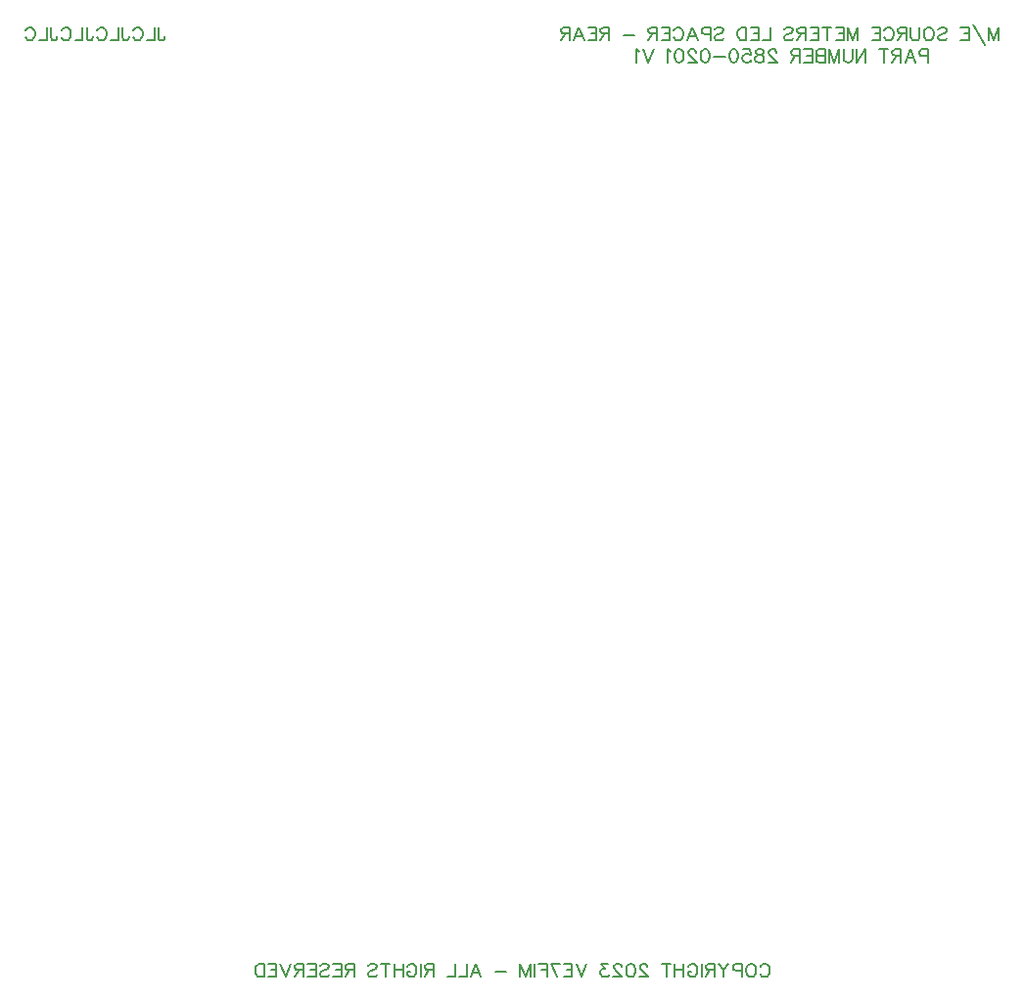
<source format=gbo>
G04 Layer: BottomSilkscreenLayer*
G04 EasyEDA v6.5.29, 2023-07-16 15:11:24*
G04 059a78b381184c078b0ffcdb84c62da3,5a6b42c53f6a479593ecc07194224c93,10*
G04 Gerber Generator version 0.2*
G04 Scale: 100 percent, Rotated: No, Reflected: No *
G04 Dimensions in millimeters *
G04 leading zeros omitted , absolute positions ,4 integer and 5 decimal *
%FSLAX45Y45*%
%MOMM*%

%ADD10C,0.2030*%
%ADD11C,0.2032*%

%LPD*%
D10*
X6725381Y3446617D02*
G01*
X6730837Y3457526D01*
X6741746Y3468436D01*
X6752653Y3473889D01*
X6774472Y3473889D01*
X6785381Y3468436D01*
X6796290Y3457526D01*
X6801746Y3446617D01*
X6807200Y3430254D01*
X6807200Y3402982D01*
X6801746Y3386617D01*
X6796290Y3375708D01*
X6785381Y3364799D01*
X6774472Y3359345D01*
X6752653Y3359345D01*
X6741746Y3364799D01*
X6730837Y3375708D01*
X6725381Y3386617D01*
X6656654Y3473889D02*
G01*
X6667563Y3468436D01*
X6678472Y3457526D01*
X6683928Y3446617D01*
X6689382Y3430254D01*
X6689382Y3402982D01*
X6683928Y3386617D01*
X6678472Y3375708D01*
X6667563Y3364799D01*
X6656654Y3359345D01*
X6634835Y3359345D01*
X6623928Y3364799D01*
X6613019Y3375708D01*
X6607563Y3386617D01*
X6602110Y3402982D01*
X6602110Y3430254D01*
X6607563Y3446617D01*
X6613019Y3457526D01*
X6623928Y3468436D01*
X6634835Y3473889D01*
X6656654Y3473889D01*
X6566110Y3473889D02*
G01*
X6566110Y3359345D01*
X6566110Y3473889D02*
G01*
X6517017Y3473889D01*
X6500655Y3468436D01*
X6495200Y3462982D01*
X6489745Y3452073D01*
X6489745Y3435708D01*
X6495200Y3424799D01*
X6500655Y3419345D01*
X6517017Y3413889D01*
X6566110Y3413889D01*
X6453746Y3473889D02*
G01*
X6410109Y3419345D01*
X6410109Y3359345D01*
X6366474Y3473889D02*
G01*
X6410109Y3419345D01*
X6330472Y3473889D02*
G01*
X6330472Y3359345D01*
X6330472Y3473889D02*
G01*
X6281381Y3473889D01*
X6265019Y3468436D01*
X6259565Y3462982D01*
X6254109Y3452073D01*
X6254109Y3441164D01*
X6259565Y3430254D01*
X6265019Y3424799D01*
X6281381Y3419345D01*
X6330472Y3419345D01*
X6292291Y3419345D02*
G01*
X6254109Y3359345D01*
X6218110Y3473889D02*
G01*
X6218110Y3359345D01*
X6100292Y3446617D02*
G01*
X6105745Y3457526D01*
X6116655Y3468436D01*
X6127564Y3473889D01*
X6149383Y3473889D01*
X6160292Y3468436D01*
X6171201Y3457526D01*
X6176655Y3446617D01*
X6182111Y3430254D01*
X6182111Y3402982D01*
X6176655Y3386617D01*
X6171201Y3375708D01*
X6160292Y3364799D01*
X6149383Y3359345D01*
X6127564Y3359345D01*
X6116655Y3364799D01*
X6105745Y3375708D01*
X6100292Y3386617D01*
X6100292Y3402982D01*
X6127564Y3402982D02*
G01*
X6100292Y3402982D01*
X6064293Y3473889D02*
G01*
X6064293Y3359345D01*
X5987928Y3473889D02*
G01*
X5987928Y3359345D01*
X6064293Y3419345D02*
G01*
X5987928Y3419345D01*
X5913747Y3473889D02*
G01*
X5913747Y3359345D01*
X5951928Y3473889D02*
G01*
X5875566Y3473889D01*
X5750110Y3446617D02*
G01*
X5750110Y3452073D01*
X5744657Y3462982D01*
X5739201Y3468436D01*
X5728291Y3473889D01*
X5706475Y3473889D01*
X5695566Y3468436D01*
X5690110Y3462982D01*
X5684657Y3452073D01*
X5684657Y3441164D01*
X5690110Y3430254D01*
X5701019Y3413889D01*
X5755566Y3359345D01*
X5679201Y3359345D01*
X5610473Y3473889D02*
G01*
X5626839Y3468436D01*
X5637748Y3452073D01*
X5643201Y3424799D01*
X5643201Y3408436D01*
X5637748Y3381164D01*
X5626839Y3364799D01*
X5610473Y3359345D01*
X5599567Y3359345D01*
X5583201Y3364799D01*
X5572292Y3381164D01*
X5566839Y3408436D01*
X5566839Y3424799D01*
X5572292Y3452073D01*
X5583201Y3468436D01*
X5599567Y3473889D01*
X5610473Y3473889D01*
X5525383Y3446617D02*
G01*
X5525383Y3452073D01*
X5519930Y3462982D01*
X5514474Y3468436D01*
X5503565Y3473889D01*
X5481749Y3473889D01*
X5470839Y3468436D01*
X5465384Y3462982D01*
X5459930Y3452073D01*
X5459930Y3441164D01*
X5465384Y3430254D01*
X5476293Y3413889D01*
X5530839Y3359345D01*
X5454474Y3359345D01*
X5407566Y3473889D02*
G01*
X5347566Y3473889D01*
X5380294Y3430254D01*
X5363931Y3430254D01*
X5353022Y3424799D01*
X5347566Y3419345D01*
X5342112Y3402982D01*
X5342112Y3392073D01*
X5347566Y3375708D01*
X5358475Y3364799D01*
X5374838Y3359345D01*
X5391203Y3359345D01*
X5407566Y3364799D01*
X5413021Y3370254D01*
X5418475Y3381164D01*
X5222113Y3473889D02*
G01*
X5178475Y3359345D01*
X5134838Y3473889D02*
G01*
X5178475Y3359345D01*
X5098839Y3473889D02*
G01*
X5098839Y3359345D01*
X5098839Y3473889D02*
G01*
X5027929Y3473889D01*
X5098839Y3419345D02*
G01*
X5055204Y3419345D01*
X5098839Y3359345D02*
G01*
X5027929Y3359345D01*
X4915568Y3473889D02*
G01*
X4970111Y3359345D01*
X4991930Y3473889D02*
G01*
X4915568Y3473889D01*
X4879568Y3473889D02*
G01*
X4879568Y3359345D01*
X4879568Y3473889D02*
G01*
X4808659Y3473889D01*
X4879568Y3419345D02*
G01*
X4835931Y3419345D01*
X4772657Y3473889D02*
G01*
X4772657Y3359345D01*
X4736658Y3473889D02*
G01*
X4736658Y3359345D01*
X4736658Y3473889D02*
G01*
X4693023Y3359345D01*
X4649386Y3473889D02*
G01*
X4693023Y3359345D01*
X4649386Y3473889D02*
G01*
X4649386Y3359345D01*
X4529386Y3408436D02*
G01*
X4431205Y3408436D01*
X4267568Y3473889D02*
G01*
X4311205Y3359345D01*
X4267568Y3473889D02*
G01*
X4223933Y3359345D01*
X4294840Y3397526D02*
G01*
X4240296Y3397526D01*
X4187931Y3473889D02*
G01*
X4187931Y3359345D01*
X4187931Y3359345D02*
G01*
X4122478Y3359345D01*
X4086479Y3473889D02*
G01*
X4086479Y3359345D01*
X4086479Y3359345D02*
G01*
X4021023Y3359345D01*
X3901023Y3473889D02*
G01*
X3901023Y3359345D01*
X3901023Y3473889D02*
G01*
X3851932Y3473889D01*
X3835570Y3468436D01*
X3830114Y3462982D01*
X3824660Y3452073D01*
X3824660Y3441164D01*
X3830114Y3430254D01*
X3835570Y3424799D01*
X3851932Y3419345D01*
X3901023Y3419345D01*
X3862842Y3419345D02*
G01*
X3824660Y3359345D01*
X3788661Y3473889D02*
G01*
X3788661Y3359345D01*
X3670843Y3446617D02*
G01*
X3676296Y3457526D01*
X3687206Y3468436D01*
X3698115Y3473889D01*
X3719934Y3473889D01*
X3730843Y3468436D01*
X3741752Y3457526D01*
X3747206Y3446617D01*
X3752659Y3430254D01*
X3752659Y3402982D01*
X3747206Y3386617D01*
X3741752Y3375708D01*
X3730843Y3364799D01*
X3719934Y3359345D01*
X3698115Y3359345D01*
X3687206Y3364799D01*
X3676296Y3375708D01*
X3670843Y3386617D01*
X3670843Y3402982D01*
X3698115Y3402982D02*
G01*
X3670843Y3402982D01*
X3634841Y3473889D02*
G01*
X3634841Y3359345D01*
X3558479Y3473889D02*
G01*
X3558479Y3359345D01*
X3634841Y3419345D02*
G01*
X3558479Y3419345D01*
X3484298Y3473889D02*
G01*
X3484298Y3359345D01*
X3522479Y3473889D02*
G01*
X3446117Y3473889D01*
X3333752Y3457526D02*
G01*
X3344661Y3468436D01*
X3361024Y3473889D01*
X3382843Y3473889D01*
X3399205Y3468436D01*
X3410115Y3457526D01*
X3410115Y3446617D01*
X3404661Y3435708D01*
X3399205Y3430254D01*
X3388296Y3424799D01*
X3355571Y3413889D01*
X3344661Y3408436D01*
X3339205Y3402982D01*
X3333752Y3392073D01*
X3333752Y3375708D01*
X3344661Y3364799D01*
X3361024Y3359345D01*
X3382843Y3359345D01*
X3399205Y3364799D01*
X3410115Y3375708D01*
X3213752Y3473889D02*
G01*
X3213752Y3359345D01*
X3213752Y3473889D02*
G01*
X3164662Y3473889D01*
X3148296Y3468436D01*
X3142843Y3462982D01*
X3137390Y3452073D01*
X3137390Y3441164D01*
X3142843Y3430254D01*
X3148296Y3424799D01*
X3164662Y3419345D01*
X3213752Y3419345D01*
X3175571Y3419345D02*
G01*
X3137390Y3359345D01*
X3101388Y3473889D02*
G01*
X3101388Y3359345D01*
X3101388Y3473889D02*
G01*
X3030479Y3473889D01*
X3101388Y3419345D02*
G01*
X3057753Y3419345D01*
X3101388Y3359345D02*
G01*
X3030479Y3359345D01*
X2918117Y3457526D02*
G01*
X2929026Y3468436D01*
X2945389Y3473889D01*
X2967207Y3473889D01*
X2983570Y3468436D01*
X2994479Y3457526D01*
X2994479Y3446617D01*
X2989026Y3435708D01*
X2983570Y3430254D01*
X2972661Y3424799D01*
X2939935Y3413889D01*
X2929026Y3408436D01*
X2923570Y3402982D01*
X2918117Y3392073D01*
X2918117Y3375708D01*
X2929026Y3364799D01*
X2945389Y3359345D01*
X2967207Y3359345D01*
X2983570Y3364799D01*
X2994479Y3375708D01*
X2882117Y3473889D02*
G01*
X2882117Y3359345D01*
X2882117Y3473889D02*
G01*
X2811208Y3473889D01*
X2882117Y3419345D02*
G01*
X2838480Y3419345D01*
X2882117Y3359345D02*
G01*
X2811208Y3359345D01*
X2775209Y3473889D02*
G01*
X2775209Y3359345D01*
X2775209Y3473889D02*
G01*
X2726118Y3473889D01*
X2709753Y3468436D01*
X2704299Y3462982D01*
X2698843Y3452073D01*
X2698843Y3441164D01*
X2704299Y3430254D01*
X2709753Y3424799D01*
X2726118Y3419345D01*
X2775209Y3419345D01*
X2737025Y3419345D02*
G01*
X2698843Y3359345D01*
X2662844Y3473889D02*
G01*
X2619207Y3359345D01*
X2575572Y3473889D02*
G01*
X2619207Y3359345D01*
X2539573Y3473889D02*
G01*
X2539573Y3359345D01*
X2539573Y3473889D02*
G01*
X2468664Y3473889D01*
X2539573Y3419345D02*
G01*
X2495936Y3419345D01*
X2539573Y3359345D02*
G01*
X2468664Y3359345D01*
X2432662Y3473889D02*
G01*
X2432662Y3359345D01*
X2432662Y3473889D02*
G01*
X2394480Y3473889D01*
X2378118Y3468436D01*
X2367208Y3457526D01*
X2361755Y3446617D01*
X2356299Y3430254D01*
X2356299Y3402982D01*
X2361755Y3386617D01*
X2367208Y3375708D01*
X2378118Y3364799D01*
X2394480Y3359345D01*
X2432662Y3359345D01*
D11*
X1520187Y11576547D02*
G01*
X1520187Y11489171D01*
X1525775Y11472915D01*
X1531109Y11467327D01*
X1542031Y11461993D01*
X1552953Y11461993D01*
X1563875Y11467327D01*
X1569463Y11472915D01*
X1574797Y11489171D01*
X1574797Y11500093D01*
X1484373Y11576547D02*
G01*
X1484373Y11461993D01*
X1484373Y11461993D02*
G01*
X1418841Y11461993D01*
X1300985Y11549115D02*
G01*
X1306319Y11560037D01*
X1317241Y11570959D01*
X1328163Y11576547D01*
X1350007Y11576547D01*
X1360929Y11570959D01*
X1371851Y11560037D01*
X1377439Y11549115D01*
X1382773Y11532859D01*
X1382773Y11505681D01*
X1377439Y11489171D01*
X1371851Y11478249D01*
X1360929Y11467327D01*
X1350007Y11461993D01*
X1328163Y11461993D01*
X1317241Y11467327D01*
X1306319Y11478249D01*
X1300985Y11489171D01*
X1210561Y11576547D02*
G01*
X1210561Y11489171D01*
X1215895Y11472915D01*
X1221229Y11467327D01*
X1232151Y11461993D01*
X1243073Y11461993D01*
X1253995Y11467327D01*
X1259583Y11472915D01*
X1264917Y11489171D01*
X1264917Y11500093D01*
X1174493Y11576547D02*
G01*
X1174493Y11461993D01*
X1174493Y11461993D02*
G01*
X1108961Y11461993D01*
X991105Y11549115D02*
G01*
X996693Y11560037D01*
X1007615Y11570959D01*
X1018537Y11576547D01*
X1040127Y11576547D01*
X1051049Y11570959D01*
X1061971Y11560037D01*
X1067559Y11549115D01*
X1072893Y11532859D01*
X1072893Y11505681D01*
X1067559Y11489171D01*
X1061971Y11478249D01*
X1051049Y11467327D01*
X1040127Y11461993D01*
X1018537Y11461993D01*
X1007615Y11467327D01*
X996693Y11478249D01*
X991105Y11489171D01*
X900681Y11576547D02*
G01*
X900681Y11489171D01*
X906015Y11472915D01*
X911603Y11467327D01*
X922525Y11461993D01*
X933447Y11461993D01*
X944369Y11467327D01*
X949703Y11472915D01*
X955037Y11489171D01*
X955037Y11500093D01*
X864613Y11576547D02*
G01*
X864613Y11461993D01*
X864613Y11461993D02*
G01*
X799081Y11461993D01*
X681225Y11549115D02*
G01*
X686813Y11560037D01*
X697735Y11570959D01*
X708657Y11576547D01*
X730501Y11576547D01*
X741423Y11570959D01*
X752345Y11560037D01*
X757679Y11549115D01*
X763267Y11532859D01*
X763267Y11505681D01*
X757679Y11489171D01*
X752345Y11478249D01*
X741423Y11467327D01*
X730501Y11461993D01*
X708657Y11461993D01*
X697735Y11467327D01*
X686813Y11478249D01*
X681225Y11489171D01*
X590801Y11576547D02*
G01*
X590801Y11489171D01*
X596135Y11472915D01*
X601723Y11467327D01*
X612645Y11461993D01*
X623567Y11461993D01*
X634489Y11467327D01*
X639823Y11472915D01*
X645411Y11489171D01*
X645411Y11500093D01*
X554733Y11576547D02*
G01*
X554733Y11461993D01*
X554733Y11461993D02*
G01*
X489455Y11461993D01*
X371599Y11549115D02*
G01*
X376933Y11560037D01*
X387855Y11570959D01*
X398777Y11576547D01*
X420621Y11576547D01*
X431543Y11570959D01*
X442465Y11560037D01*
X447799Y11549115D01*
X453387Y11532859D01*
X453387Y11505681D01*
X447799Y11489171D01*
X442465Y11478249D01*
X431543Y11467327D01*
X420621Y11461993D01*
X398777Y11461993D01*
X387855Y11467327D01*
X376933Y11478249D01*
X371599Y11489171D01*
X8178800Y11385989D02*
G01*
X8178800Y11271445D01*
X8178800Y11385989D02*
G01*
X8129709Y11385989D01*
X8113346Y11380536D01*
X8107890Y11375082D01*
X8102437Y11364173D01*
X8102437Y11347808D01*
X8107890Y11336898D01*
X8113346Y11331445D01*
X8129709Y11325989D01*
X8178800Y11325989D01*
X8022800Y11385989D02*
G01*
X8066435Y11271445D01*
X8022800Y11385989D02*
G01*
X7979163Y11271445D01*
X8050072Y11309626D02*
G01*
X7995528Y11309626D01*
X7943164Y11385989D02*
G01*
X7943164Y11271445D01*
X7943164Y11385989D02*
G01*
X7894073Y11385989D01*
X7877710Y11380536D01*
X7872255Y11375082D01*
X7866801Y11364173D01*
X7866801Y11353264D01*
X7872255Y11342354D01*
X7877710Y11336898D01*
X7894073Y11331445D01*
X7943164Y11331445D01*
X7904982Y11331445D02*
G01*
X7866801Y11271445D01*
X7792618Y11385989D02*
G01*
X7792618Y11271445D01*
X7830799Y11385989D02*
G01*
X7754437Y11385989D01*
X7634437Y11385989D02*
G01*
X7634437Y11271445D01*
X7634437Y11385989D02*
G01*
X7558074Y11271445D01*
X7558074Y11385989D02*
G01*
X7558074Y11271445D01*
X7522072Y11385989D02*
G01*
X7522072Y11304173D01*
X7516619Y11287808D01*
X7505710Y11276898D01*
X7489347Y11271445D01*
X7478438Y11271445D01*
X7462072Y11276898D01*
X7451166Y11287808D01*
X7445710Y11304173D01*
X7445710Y11385989D01*
X7409710Y11385989D02*
G01*
X7409710Y11271445D01*
X7409710Y11385989D02*
G01*
X7366073Y11271445D01*
X7322438Y11385989D02*
G01*
X7366073Y11271445D01*
X7322438Y11385989D02*
G01*
X7322438Y11271445D01*
X7286437Y11385989D02*
G01*
X7286437Y11271445D01*
X7286437Y11385989D02*
G01*
X7237346Y11385989D01*
X7220983Y11380536D01*
X7215530Y11375082D01*
X7210074Y11364173D01*
X7210074Y11353264D01*
X7215530Y11342354D01*
X7220983Y11336898D01*
X7237346Y11331445D01*
X7286437Y11331445D02*
G01*
X7237346Y11331445D01*
X7220983Y11325989D01*
X7215530Y11320536D01*
X7210074Y11309626D01*
X7210074Y11293264D01*
X7215530Y11282354D01*
X7220983Y11276898D01*
X7237346Y11271445D01*
X7286437Y11271445D01*
X7174075Y11385989D02*
G01*
X7174075Y11271445D01*
X7174075Y11385989D02*
G01*
X7103165Y11385989D01*
X7174075Y11331445D02*
G01*
X7130437Y11331445D01*
X7174075Y11271445D02*
G01*
X7103165Y11271445D01*
X7067166Y11385989D02*
G01*
X7067166Y11271445D01*
X7067166Y11385989D02*
G01*
X7018075Y11385989D01*
X7001710Y11380536D01*
X6996257Y11375082D01*
X6990801Y11364173D01*
X6990801Y11353264D01*
X6996257Y11342354D01*
X7001710Y11336898D01*
X7018075Y11331445D01*
X7067166Y11331445D01*
X7028985Y11331445D02*
G01*
X6990801Y11271445D01*
X6865348Y11358717D02*
G01*
X6865348Y11364173D01*
X6859892Y11375082D01*
X6854438Y11380536D01*
X6843529Y11385989D01*
X6821711Y11385989D01*
X6810801Y11380536D01*
X6805348Y11375082D01*
X6799892Y11364173D01*
X6799892Y11353264D01*
X6805348Y11342354D01*
X6816257Y11325989D01*
X6870801Y11271445D01*
X6794439Y11271445D01*
X6731167Y11385989D02*
G01*
X6747530Y11380536D01*
X6752983Y11369626D01*
X6752983Y11358717D01*
X6747530Y11347808D01*
X6736621Y11342354D01*
X6714802Y11336898D01*
X6698439Y11331445D01*
X6687530Y11320536D01*
X6682074Y11309626D01*
X6682074Y11293264D01*
X6687530Y11282354D01*
X6692983Y11276898D01*
X6709349Y11271445D01*
X6731167Y11271445D01*
X6747530Y11276898D01*
X6752983Y11282354D01*
X6758439Y11293264D01*
X6758439Y11309626D01*
X6752983Y11320536D01*
X6742074Y11331445D01*
X6725711Y11336898D01*
X6703893Y11342354D01*
X6692983Y11347808D01*
X6687530Y11358717D01*
X6687530Y11369626D01*
X6692983Y11380536D01*
X6709349Y11385989D01*
X6731167Y11385989D01*
X6580621Y11385989D02*
G01*
X6635165Y11385989D01*
X6640621Y11336898D01*
X6635165Y11342354D01*
X6618803Y11347808D01*
X6602440Y11347808D01*
X6586075Y11342354D01*
X6575165Y11331445D01*
X6569712Y11315082D01*
X6569712Y11304173D01*
X6575165Y11287808D01*
X6586075Y11276898D01*
X6602440Y11271445D01*
X6618803Y11271445D01*
X6635165Y11276898D01*
X6640621Y11282354D01*
X6646075Y11293264D01*
X6500985Y11385989D02*
G01*
X6517347Y11380536D01*
X6528257Y11364173D01*
X6533713Y11336898D01*
X6533713Y11320536D01*
X6528257Y11293264D01*
X6517347Y11276898D01*
X6500985Y11271445D01*
X6490075Y11271445D01*
X6473713Y11276898D01*
X6462803Y11293264D01*
X6457348Y11320536D01*
X6457348Y11336898D01*
X6462803Y11364173D01*
X6473713Y11380536D01*
X6490075Y11385989D01*
X6500985Y11385989D01*
X6421348Y11320536D02*
G01*
X6323167Y11320536D01*
X6254440Y11385989D02*
G01*
X6270802Y11380536D01*
X6281712Y11364173D01*
X6287168Y11336898D01*
X6287168Y11320536D01*
X6281712Y11293264D01*
X6270802Y11276898D01*
X6254440Y11271445D01*
X6243530Y11271445D01*
X6227168Y11276898D01*
X6216258Y11293264D01*
X6210802Y11320536D01*
X6210802Y11336898D01*
X6216258Y11364173D01*
X6227168Y11380536D01*
X6243530Y11385989D01*
X6254440Y11385989D01*
X6169350Y11358717D02*
G01*
X6169350Y11364173D01*
X6163894Y11375082D01*
X6158440Y11380536D01*
X6147531Y11385989D01*
X6125712Y11385989D01*
X6114803Y11380536D01*
X6109350Y11375082D01*
X6103894Y11364173D01*
X6103894Y11353264D01*
X6109350Y11342354D01*
X6120259Y11325989D01*
X6174803Y11271445D01*
X6098440Y11271445D01*
X6029713Y11385989D02*
G01*
X6046076Y11380536D01*
X6056985Y11364173D01*
X6062441Y11336898D01*
X6062441Y11320536D01*
X6056985Y11293264D01*
X6046076Y11276898D01*
X6029713Y11271445D01*
X6018804Y11271445D01*
X6002441Y11276898D01*
X5991532Y11293264D01*
X5986076Y11320536D01*
X5986076Y11336898D01*
X5991532Y11364173D01*
X6002441Y11380536D01*
X6018804Y11385989D01*
X6029713Y11385989D01*
X5950077Y11364173D02*
G01*
X5939167Y11369626D01*
X5922805Y11385989D01*
X5922805Y11271445D01*
X5802805Y11385989D02*
G01*
X5759168Y11271445D01*
X5715533Y11385989D02*
G01*
X5759168Y11271445D01*
X5679531Y11364173D02*
G01*
X5668622Y11369626D01*
X5652259Y11385989D01*
X5652259Y11271445D01*
X8788400Y11576489D02*
G01*
X8788400Y11461945D01*
X8788400Y11576489D02*
G01*
X8744762Y11461945D01*
X8701128Y11576489D02*
G01*
X8744762Y11461945D01*
X8701128Y11576489D02*
G01*
X8701128Y11461945D01*
X8566945Y11598308D02*
G01*
X8665128Y11423764D01*
X8530945Y11576489D02*
G01*
X8530945Y11461945D01*
X8530945Y11576489D02*
G01*
X8460036Y11576489D01*
X8530945Y11521945D02*
G01*
X8487310Y11521945D01*
X8530945Y11461945D02*
G01*
X8460036Y11461945D01*
X8263674Y11560126D02*
G01*
X8274583Y11571036D01*
X8290946Y11576489D01*
X8312764Y11576489D01*
X8329127Y11571036D01*
X8340036Y11560126D01*
X8340036Y11549217D01*
X8334583Y11538308D01*
X8329127Y11532854D01*
X8318218Y11527399D01*
X8285492Y11516489D01*
X8274583Y11511036D01*
X8269127Y11505582D01*
X8263674Y11494673D01*
X8263674Y11478308D01*
X8274583Y11467399D01*
X8290946Y11461945D01*
X8312764Y11461945D01*
X8329127Y11467399D01*
X8340036Y11478308D01*
X8194946Y11576489D02*
G01*
X8205856Y11571036D01*
X8216765Y11560126D01*
X8222218Y11549217D01*
X8227674Y11532854D01*
X8227674Y11505582D01*
X8222218Y11489217D01*
X8216765Y11478308D01*
X8205856Y11467399D01*
X8194946Y11461945D01*
X8173128Y11461945D01*
X8162218Y11467399D01*
X8151309Y11478308D01*
X8145856Y11489217D01*
X8140400Y11505582D01*
X8140400Y11532854D01*
X8145856Y11549217D01*
X8151309Y11560126D01*
X8162218Y11571036D01*
X8173128Y11576489D01*
X8194946Y11576489D01*
X8104400Y11576489D02*
G01*
X8104400Y11494673D01*
X8098947Y11478308D01*
X8088038Y11467399D01*
X8071672Y11461945D01*
X8060766Y11461945D01*
X8044400Y11467399D01*
X8033491Y11478308D01*
X8028038Y11494673D01*
X8028038Y11576489D01*
X7992038Y11576489D02*
G01*
X7992038Y11461945D01*
X7992038Y11576489D02*
G01*
X7942948Y11576489D01*
X7926583Y11571036D01*
X7921129Y11565582D01*
X7915673Y11554673D01*
X7915673Y11543764D01*
X7921129Y11532854D01*
X7926583Y11527399D01*
X7942948Y11521945D01*
X7992038Y11521945D01*
X7953855Y11521945D02*
G01*
X7915673Y11461945D01*
X7797855Y11549217D02*
G01*
X7803311Y11560126D01*
X7814221Y11571036D01*
X7825130Y11576489D01*
X7846946Y11576489D01*
X7857855Y11571036D01*
X7868765Y11560126D01*
X7874220Y11549217D01*
X7879674Y11532854D01*
X7879674Y11505582D01*
X7874220Y11489217D01*
X7868765Y11478308D01*
X7857855Y11467399D01*
X7846946Y11461945D01*
X7825130Y11461945D01*
X7814221Y11467399D01*
X7803311Y11478308D01*
X7797855Y11489217D01*
X7761856Y11576489D02*
G01*
X7761856Y11461945D01*
X7761856Y11576489D02*
G01*
X7690947Y11576489D01*
X7761856Y11521945D02*
G01*
X7718219Y11521945D01*
X7761856Y11461945D02*
G01*
X7690947Y11461945D01*
X7570947Y11576489D02*
G01*
X7570947Y11461945D01*
X7570947Y11576489D02*
G01*
X7527312Y11461945D01*
X7483675Y11576489D02*
G01*
X7527312Y11461945D01*
X7483675Y11576489D02*
G01*
X7483675Y11461945D01*
X7447676Y11576489D02*
G01*
X7447676Y11461945D01*
X7447676Y11576489D02*
G01*
X7376767Y11576489D01*
X7447676Y11521945D02*
G01*
X7404039Y11521945D01*
X7447676Y11461945D02*
G01*
X7376767Y11461945D01*
X7302583Y11576489D02*
G01*
X7302583Y11461945D01*
X7340767Y11576489D02*
G01*
X7264402Y11576489D01*
X7228403Y11576489D02*
G01*
X7228403Y11461945D01*
X7228403Y11576489D02*
G01*
X7157493Y11576489D01*
X7228403Y11521945D02*
G01*
X7184765Y11521945D01*
X7228403Y11461945D02*
G01*
X7157493Y11461945D01*
X7121494Y11576489D02*
G01*
X7121494Y11461945D01*
X7121494Y11576489D02*
G01*
X7072403Y11576489D01*
X7056038Y11571036D01*
X7050585Y11565582D01*
X7045131Y11554673D01*
X7045131Y11543764D01*
X7050585Y11532854D01*
X7056038Y11527399D01*
X7072403Y11521945D01*
X7121494Y11521945D01*
X7083313Y11521945D02*
G01*
X7045131Y11461945D01*
X6932767Y11560126D02*
G01*
X6943676Y11571036D01*
X6960039Y11576489D01*
X6981858Y11576489D01*
X6998220Y11571036D01*
X7009129Y11560126D01*
X7009129Y11549217D01*
X7003676Y11538308D01*
X6998220Y11532854D01*
X6987313Y11527399D01*
X6954586Y11516489D01*
X6943676Y11511036D01*
X6938220Y11505582D01*
X6932767Y11494673D01*
X6932767Y11478308D01*
X6943676Y11467399D01*
X6960039Y11461945D01*
X6981858Y11461945D01*
X6998220Y11467399D01*
X7009129Y11478308D01*
X6812767Y11576489D02*
G01*
X6812767Y11461945D01*
X6812767Y11461945D02*
G01*
X6747314Y11461945D01*
X6711312Y11576489D02*
G01*
X6711312Y11461945D01*
X6711312Y11576489D02*
G01*
X6640403Y11576489D01*
X6711312Y11521945D02*
G01*
X6667677Y11521945D01*
X6711312Y11461945D02*
G01*
X6640403Y11461945D01*
X6604403Y11576489D02*
G01*
X6604403Y11461945D01*
X6604403Y11576489D02*
G01*
X6566222Y11576489D01*
X6549859Y11571036D01*
X6538950Y11560126D01*
X6533494Y11549217D01*
X6528041Y11532854D01*
X6528041Y11505582D01*
X6533494Y11489217D01*
X6538950Y11478308D01*
X6549859Y11467399D01*
X6566222Y11461945D01*
X6604403Y11461945D01*
X6331676Y11560126D02*
G01*
X6342585Y11571036D01*
X6358950Y11576489D01*
X6380769Y11576489D01*
X6397132Y11571036D01*
X6408041Y11560126D01*
X6408041Y11549217D01*
X6402585Y11538308D01*
X6397132Y11532854D01*
X6386222Y11527399D01*
X6353495Y11516489D01*
X6342585Y11511036D01*
X6337132Y11505582D01*
X6331676Y11494673D01*
X6331676Y11478308D01*
X6342585Y11467399D01*
X6358950Y11461945D01*
X6380769Y11461945D01*
X6397132Y11467399D01*
X6408041Y11478308D01*
X6295677Y11576489D02*
G01*
X6295677Y11461945D01*
X6295677Y11576489D02*
G01*
X6246586Y11576489D01*
X6230223Y11571036D01*
X6224767Y11565582D01*
X6219314Y11554673D01*
X6219314Y11538308D01*
X6224767Y11527399D01*
X6230223Y11521945D01*
X6246586Y11516489D01*
X6295677Y11516489D01*
X6139677Y11576489D02*
G01*
X6183315Y11461945D01*
X6139677Y11576489D02*
G01*
X6096040Y11461945D01*
X6166949Y11500126D02*
G01*
X6112405Y11500126D01*
X5978222Y11549217D02*
G01*
X5983678Y11560126D01*
X5994587Y11571036D01*
X6005497Y11576489D01*
X6027315Y11576489D01*
X6038222Y11571036D01*
X6049131Y11560126D01*
X6054587Y11549217D01*
X6060041Y11532854D01*
X6060041Y11505582D01*
X6054587Y11489217D01*
X6049131Y11478308D01*
X6038222Y11467399D01*
X6027315Y11461945D01*
X6005497Y11461945D01*
X5994587Y11467399D01*
X5983678Y11478308D01*
X5978222Y11489217D01*
X5942223Y11576489D02*
G01*
X5942223Y11461945D01*
X5942223Y11576489D02*
G01*
X5871314Y11576489D01*
X5942223Y11521945D02*
G01*
X5898588Y11521945D01*
X5942223Y11461945D02*
G01*
X5871314Y11461945D01*
X5835314Y11576489D02*
G01*
X5835314Y11461945D01*
X5835314Y11576489D02*
G01*
X5786224Y11576489D01*
X5769861Y11571036D01*
X5764405Y11565582D01*
X5758952Y11554673D01*
X5758952Y11543764D01*
X5764405Y11532854D01*
X5769861Y11527399D01*
X5786224Y11521945D01*
X5835314Y11521945D01*
X5797133Y11521945D02*
G01*
X5758952Y11461945D01*
X5638952Y11511036D02*
G01*
X5540771Y11511036D01*
X5420771Y11576489D02*
G01*
X5420771Y11461945D01*
X5420771Y11576489D02*
G01*
X5371678Y11576489D01*
X5355315Y11571036D01*
X5349862Y11565582D01*
X5344406Y11554673D01*
X5344406Y11543764D01*
X5349862Y11532854D01*
X5355315Y11527399D01*
X5371678Y11521945D01*
X5420771Y11521945D01*
X5382587Y11521945D02*
G01*
X5344406Y11461945D01*
X5308406Y11576489D02*
G01*
X5308406Y11461945D01*
X5308406Y11576489D02*
G01*
X5237497Y11576489D01*
X5308406Y11521945D02*
G01*
X5264769Y11521945D01*
X5308406Y11461945D02*
G01*
X5237497Y11461945D01*
X5157861Y11576489D02*
G01*
X5201498Y11461945D01*
X5157861Y11576489D02*
G01*
X5114226Y11461945D01*
X5185135Y11500126D02*
G01*
X5130589Y11500126D01*
X5078224Y11576489D02*
G01*
X5078224Y11461945D01*
X5078224Y11576489D02*
G01*
X5029133Y11576489D01*
X5012771Y11571036D01*
X5007317Y11565582D01*
X5001861Y11554673D01*
X5001861Y11543764D01*
X5007317Y11532854D01*
X5012771Y11527399D01*
X5029133Y11521945D01*
X5078224Y11521945D01*
X5040043Y11521945D02*
G01*
X5001861Y11461945D01*
M02*

</source>
